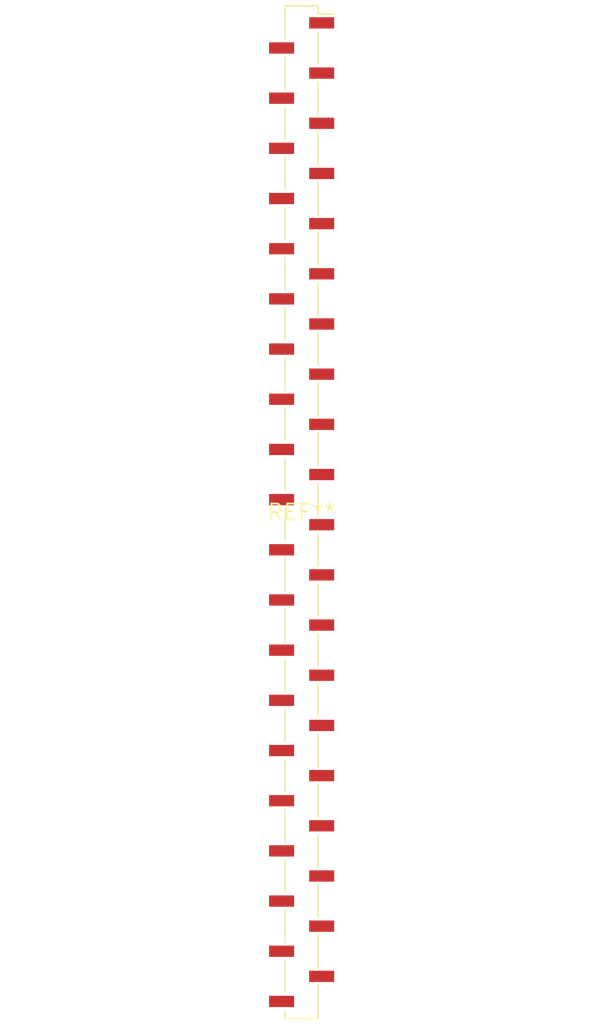
<source format=kicad_pcb>
(kicad_pcb (version 20240108) (generator pcbnew)
  (layers (0 "F.Cu" signal) (31 "B.Cu" signal) (34 "B.Paste" user) (35 "F.Paste" user) (36 "B.SilkS" user "B.Silkscreen") (37 "F.SilkS" user "F.Silkscreen") (38 "B.Mask" user) (39 "F.Mask" user) (44 "Edge.Cuts" user))
  (net 0 "")
  (footprint "PinSocket_1x40_P2.00mm_Vertical_SMD_Pin1Right" (layer "F.Cu") (at 0 0)
    (property "Reference" "REF**")
    (property "Value" "PinSocket_1x40_P2.00mm_Vertical_SMD_Pin1Right")
    (fp_line (start -1.31 -40.36) (end -1.31 -37.71) (layer "F.SilkS") (stroke (width 0.12)))
    (fp_line (start -1.31 -40.36) (end 1.31 -40.36) (layer "F.SilkS") (stroke (width 0.12)))
    (fp_line (start -1.31 -36.29) (end -1.31 -33.71) (layer "F.SilkS") (stroke (width 0.12)))
    (fp_line (start -1.31 -32.29) (end -1.31 -29.71) (layer "F.SilkS") (stroke (width 0.12)))
    (fp_line (start -1.31 -28.29) (end -1.31 -25.71) (layer "F.SilkS") (stroke (width 0.12)))
    (fp_line (start -1.31 -24.29) (end -1.31 -21.71) (layer "F.SilkS") (stroke (width 0.12)))
    (fp_line (start -1.31 -20.29) (end -1.31 -17.71) (layer "F.SilkS") (stroke (width 0.12)))
    (fp_line (start -1.31 -16.29) (end -1.31 -13.71) (layer "F.SilkS") (stroke (width 0.12)))
    (fp_line (start -1.31 -12.29) (end -1.31 -9.71) (layer "F.SilkS") (stroke (width 0.12)))
    (fp_line (start -1.31 -8.29) (end -1.31 -5.71) (layer "F.SilkS") (stroke (width 0.12)))
    (fp_line (start -1.31 -4.29) (end -1.31 -1.71) (layer "F.SilkS") (stroke (width 0.12)))
    (fp_line (start -1.31 -0.29) (end -1.31 2.29) (layer "F.SilkS") (stroke (width 0.12)))
    (fp_line (start -1.31 3.71) (end -1.31 6.29) (layer "F.SilkS") (stroke (width 0.12)))
    (fp_line (start -1.31 7.71) (end -1.31 10.29) (layer "F.SilkS") (stroke (width 0.12)))
    (fp_line (start -1.31 11.71) (end -1.31 14.29) (layer "F.SilkS") (stroke (width 0.12)))
    (fp_line (start -1.31 15.71) (end -1.31 18.29) (layer "F.SilkS") (stroke (width 0.12)))
    (fp_line (start -1.31 19.71) (end -1.31 22.29) (layer "F.SilkS") (stroke (width 0.12)))
    (fp_line (start -1.31 23.71) (end -1.31 26.29) (layer "F.SilkS") (stroke (width 0.12)))
    (fp_line (start -1.31 27.71) (end -1.31 30.29) (layer "F.SilkS") (stroke (width 0.12)))
    (fp_line (start -1.31 31.71) (end -1.31 34.29) (layer "F.SilkS") (stroke (width 0.12)))
    (fp_line (start -1.31 35.71) (end -1.31 38.29) (layer "F.SilkS") (stroke (width 0.12)))
    (fp_line (start -1.31 39.71) (end -1.31 40.36) (layer "F.SilkS") (stroke (width 0.12)))
    (fp_line (start -1.31 40.36) (end 1.31 40.36) (layer "F.SilkS") (stroke (width 0.12)))
    (fp_line (start 1.31 -40.36) (end 1.31 -39.71) (layer "F.SilkS") (stroke (width 0.12)))
    (fp_line (start 1.31 -39.71) (end 2.54 -39.71) (layer "F.SilkS") (stroke (width 0.12)))
    (fp_line (start 1.31 -38.29) (end 1.31 -35.71) (layer "F.SilkS") (stroke (width 0.12)))
    (fp_line (start 1.31 -34.29) (end 1.31 -31.71) (layer "F.SilkS") (stroke (width 0.12)))
    (fp_line (start 1.31 -30.29) (end 1.31 -27.71) (layer "F.SilkS") (stroke (width 0.12)))
    (fp_line (start 1.31 -26.29) (end 1.31 -23.71) (layer "F.SilkS") (stroke (width 0.12)))
    (fp_line (start 1.31 -22.29) (end 1.31 -19.71) (layer "F.SilkS") (stroke (width 0.12)))
    (fp_line (start 1.31 -18.29) (end 1.31 -15.71) (layer "F.SilkS") (stroke (width 0.12)))
    (fp_line (start 1.31 -14.29) (end 1.31 -11.71) (layer "F.SilkS") (stroke (width 0.12)))
    (fp_line (start 1.31 -10.29) (end 1.31 -7.71) (layer "F.SilkS") (stroke (width 0.12)))
    (fp_line (start 1.31 -6.29) (end 1.31 -3.71) (layer "F.SilkS") (stroke (width 0.12)))
    (fp_line (start 1.31 -2.29) (end 1.31 0.29) (layer "F.SilkS") (stroke (width 0.12)))
    (fp_line (start 1.31 1.71) (end 1.31 4.29) (layer "F.SilkS") (stroke (width 0.12)))
    (fp_line (start 1.31 5.71) (end 1.31 8.29) (layer "F.SilkS") (stroke (width 0.12)))
    (fp_line (start 1.31 9.71) (end 1.31 12.29) (layer "F.SilkS") (stroke (width 0.12)))
    (fp_line (start 1.31 13.71) (end 1.31 16.29) (layer "F.SilkS") (stroke (width 0.12)))
    (fp_line (start 1.31 17.71) (end 1.31 20.29) (layer "F.SilkS") (stroke (width 0.12)))
    (fp_line (start 1.31 21.71) (end 1.31 24.29) (layer "F.SilkS") (stroke (width 0.12)))
    (fp_line (start 1.31 25.71) (end 1.31 28.29) (layer "F.SilkS") (stroke (width 0.12)))
    (fp_line (start 1.31 29.71) (end 1.31 32.29) (layer "F.SilkS") (stroke (width 0.12)))
    (fp_line (start 1.31 33.71) (end 1.31 36.29) (layer "F.SilkS") (stroke (width 0.12)))
    (fp_line (start 1.31 37.71) (end 1.31 40.36) (layer "F.SilkS") (stroke (width 0.12)))
    (pad "1" smd rect (at 1.6 -39) (size 2 0.9) (layers "F.Cu" "F.Paste" "F.Mask"))
    (pad "2" smd rect (at -1.6 -37) (size 2 0.9) (layers "F.Cu" "F.Paste" "F.Mask"))
    (pad "3" smd rect (at 1.6 -35) (size 2 0.9) (layers "F.Cu" "F.Paste" "F.Mask"))
    (pad "4" smd rect (at -1.6 -33) (size 2 0.9) (layers "F.Cu" "F.Paste" "F.Mask"))
    (pad "5" smd rect (at 1.6 -31) (size 2 0.9) (layers "F.Cu" "F.Paste" "F.Mask"))
    (pad "6" smd rect (at -1.6 -29) (size 2 0.9) (layers "F.Cu" "F.Paste" "F.Mask"))
    (pad "7" smd rect (at 1.6 -27) (size 2 0.9) (layers "F.Cu" "F.Paste" "F.Mask"))
    (pad "8" smd rect (at -1.6 -25) (size 2 0.9) (layers "F.Cu" "F.Paste" "F.Mask"))
    (pad "9" smd rect (at 1.6 -23) (size 2 0.9) (layers "F.Cu" "F.Paste" "F.Mask"))
    (pad "10" smd rect (at -1.6 -21) (size 2 0.9) (layers "F.Cu" "F.Paste" "F.Mask"))
    (pad "11" smd rect (at 1.6 -19) (size 2 0.9) (layers "F.Cu" "F.Paste" "F.Mask"))
    (pad "12" smd rect (at -1.6 -17) (size 2 0.9) (layers "F.Cu" "F.Paste" "F.Mask"))
    (pad "13" smd rect (at 1.6 -15) (size 2 0.9) (layers "F.Cu" "F.Paste" "F.Mask"))
    (pad "14" smd rect (at -1.6 -13) (size 2 0.9) (layers "F.Cu" "F.Paste" "F.Mask"))
    (pad "15" smd rect (at 1.6 -11) (size 2 0.9) (layers "F.Cu" "F.Paste" "F.Mask"))
    (pad "16" smd rect (at -1.6 -9) (size 2 0.9) (layers "F.Cu" "F.Paste" "F.Mask"))
    (pad "17" smd rect (at 1.6 -7) (size 2 0.9) (layers "F.Cu" "F.Paste" "F.Mask"))
    (pad "18" smd rect (at -1.6 -5) (size 2 0.9) (layers "F.Cu" "F.Paste" "F.Mask"))
    (pad "19" smd rect (at 1.6 -3) (size 2 0.9) (layers "F.Cu" "F.Paste" "F.Mask"))
    (pad "20" smd rect (at -1.6 -1) (size 2 0.9) (layers "F.Cu" "F.Paste" "F.Mask"))
    (pad "21" smd rect (at 1.6 1) (size 2 0.9) (layers "F.Cu" "F.Paste" "F.Mask"))
    (pad "22" smd rect (at -1.6 3) (size 2 0.9) (layers "F.Cu" "F.Paste" "F.Mask"))
    (pad "23" smd rect (at 1.6 5) (size 2 0.9) (layers "F.Cu" "F.Paste" "F.Mask"))
    (pad "24" smd rect (at -1.6 7) (size 2 0.9) (layers "F.Cu" "F.Paste" "F.Mask"))
    (pad "25" smd rect (at 1.6 9) (size 2 0.9) (layers "F.Cu" "F.Paste" "F.Mask"))
    (pad "26" smd rect (at -1.6 11) (size 2 0.9) (layers "F.Cu" "F.Paste" "F.Mask"))
    (pad "27" smd rect (at 1.6 13) (size 2 0.9) (layers "F.Cu" "F.Paste" "F.Mask"))
    (pad "28" smd rect (at -1.6 15) (size 2 0.9) (layers "F.Cu" "F.Paste" "F.Mask"))
    (pad "29" smd rect (at 1.6 17) (size 2 0.9) (layers "F.Cu" "F.Paste" "F.Mask"))
    (pad "30" smd rect (at -1.6 19) (size 2 0.9) (layers "F.Cu" "F.Paste" "F.Mask"))
    (pad "31" smd rect (at 1.6 21) (size 2 0.9) (layers "F.Cu" "F.Paste" "F.Mask"))
    (pad "32" smd rect (at -1.6 23) (size 2 0.9) (layers "F.Cu" "F.Paste" "F.Mask"))
    (pad "33" smd rect (at 1.6 25) (size 2 0.9) (layers "F.Cu" "F.Paste" "F.Mask"))
    (pad "34" smd rect (at -1.6 27) (size 2 0.9) (layers "F.Cu" "F.Paste" "F.Mask"))
    (pad "35" smd rect (at 1.6 29) (size 2 0.9) (layers "F.Cu" "F.Paste" "F.Mask"))
    (pad "36" smd rect (at -1.6 31) (size 2 0.9) (layers "F.Cu" "F.Paste" "F.Mask"))
    (pad "37" smd rect (at 1.6 33) (size 2 0.9) (layers "F.Cu" "F.Paste" "F.Mask"))
    (pad "38" smd rect (at -1.6 35) (size 2 0.9) (layers "F.Cu" "F.Paste" "F.Mask"))
    (pad "39" smd rect (at 1.6 37) (size 2 0.9) (layers "F.Cu" "F.Paste" "F.Mask"))
    (pad "40" smd rect (at -1.6 39) (size 2 0.9) (layers "F.Cu" "F.Paste" "F.Mask"))
  )
)
</source>
